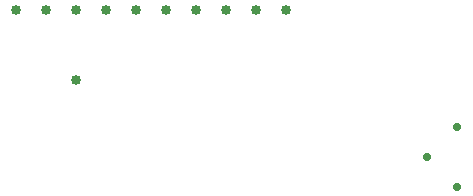
<source format=gbr>
%TF.GenerationSoftware,Altium Limited,Altium Designer,24.0.1 (36)*%
G04 Layer_Color=0*
%FSLAX45Y45*%
%MOMM*%
%TF.SameCoordinates,8AA56912-9505-4270-891B-A046144FA8B4*%
%TF.FilePolarity,Positive*%
%TF.FileFunction,Plated,1,2,PTH,Drill*%
%TF.Part,Single*%
G01*
G75*
%TA.AperFunction,ComponentDrill*%
%ADD35C,0.85000*%
%ADD36C,0.85000*%
%ADD37C,0.70000*%
%TA.AperFunction,ViaDrill,NotFilled*%
%ADD38C,0.85000*%
D35*
X10306000Y8750000D02*
D03*
X10052000D02*
D03*
D36*
X8782000D02*
D03*
X8528000D02*
D03*
X8274000D02*
D03*
X8020000D02*
D03*
X9036000D02*
D03*
X9290000D02*
D03*
X9544000D02*
D03*
X9798000D02*
D03*
D37*
X11500000Y7500000D02*
D03*
X11754000Y7246000D02*
D03*
Y7754000D02*
D03*
D38*
X8528000Y8150000D02*
D03*
%TF.MD5,869b0a9a28db35ec57f0f9148ee261c7*%
M02*

</source>
